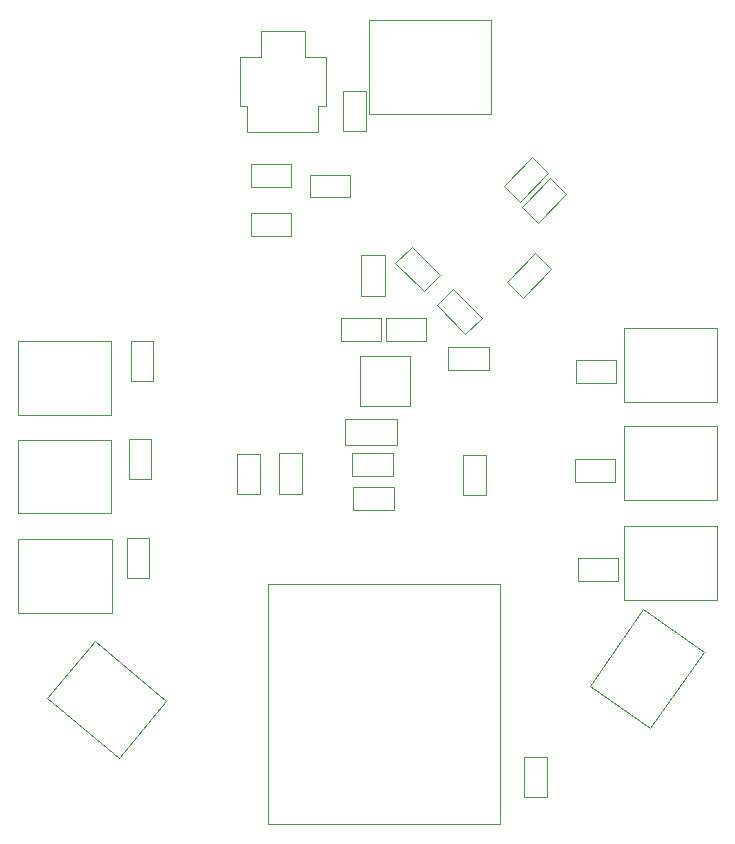
<source format=gbr>
%TF.GenerationSoftware,Altium Limited,Altium Designer,22.2.1 (43)*%
G04 Layer_Color=32768*
%FSLAX45Y45*%
%MOMM*%
%TF.SameCoordinates,874C5421-14EC-454C-B6B0-2495525A8CDB*%
%TF.FilePolarity,Positive*%
%TF.FileFunction,Other,Mechanical_15*%
%TF.Part,Single*%
G01*
G75*
%TA.AperFunction,NonConductor*%
%ADD116C,0.05000*%
D116*
X10404860Y11244580D02*
X11434860D01*
X10404860D02*
Y12044580D01*
X11434860D01*
Y11244580D02*
Y12044580D01*
X8220202Y7867142D02*
Y8492139D01*
X7430201Y7867142D02*
X8220202D01*
X7430201D02*
Y8492139D01*
X8220202D01*
X8369818Y8159659D02*
X8561822D01*
Y8497661D01*
X8369818D02*
X8561822D01*
X8369818Y8159659D02*
Y8497661D01*
X11116761Y9766436D02*
X11359016Y9524181D01*
X10977744Y9627419D02*
X11219999Y9385164D01*
X11359016Y9524181D01*
X10977744Y9627419D02*
X11116761Y9766436D01*
X10338560Y9709300D02*
Y10051900D01*
X10535160Y9709300D02*
Y10051900D01*
X10338560Y9709300D02*
X10535160D01*
X10338560Y10051900D02*
X10535160D01*
X11075820Y9275320D02*
X11418420D01*
X11075820Y9078720D02*
X11418420D01*
X11075820D02*
Y9275320D01*
X11418420Y9078720D02*
Y9275320D01*
X10260480Y8381240D02*
X10603080D01*
X10260480Y8184640D02*
X10603080D01*
X10260480D02*
Y8381240D01*
X10603080Y8184640D02*
Y8381240D01*
X10270640Y8091680D02*
X10613240D01*
X10270640Y7895080D02*
X10613240D01*
X10270640D02*
Y8091680D01*
X10613240Y7895080D02*
Y8091680D01*
X9401960Y10214100D02*
X9744560D01*
X9401960Y10410700D02*
X9744560D01*
X9401960Y10214100D02*
Y10410700D01*
X9744560Y10214100D02*
Y10410700D01*
X9404500Y10628120D02*
X9747100D01*
X9404500Y10824720D02*
X9747100D01*
X9404500Y10628120D02*
Y10824720D01*
X9747100Y10628120D02*
Y10824720D01*
X10181080Y11103760D02*
Y11446360D01*
X10377680Y11103760D02*
Y11446360D01*
X10181080D02*
X10377680D01*
X10181080Y11103760D02*
X10377680D01*
X9834120Y8032900D02*
Y8375500D01*
X9637520Y8032900D02*
Y8375500D01*
Y8032900D02*
X9834120D01*
X9637520Y8375500D02*
X9834120D01*
X11393680Y8022740D02*
Y8365340D01*
X11197080Y8022740D02*
Y8365340D01*
Y8022740D02*
X11393680D01*
X11197080Y8365340D02*
X11393680D01*
X10200120Y8666220D02*
X10643120D01*
X10200120Y8443220D02*
X10643120D01*
X10200120D02*
Y8666220D01*
X10643120Y8443220D02*
Y8666220D01*
X7681471Y6304906D02*
X8083213Y6783684D01*
X7681471Y6304906D02*
X8286646Y5797104D01*
X8688388Y6275882D01*
X8083213Y6783684D02*
X8688388Y6275882D01*
X9481300Y8032660D02*
Y8370660D01*
X9289300Y8032660D02*
X9481300D01*
X9289300D02*
Y8370660D01*
X9481300D01*
X10752999Y8779601D02*
Y9203599D01*
X10329001D02*
X10752999D01*
X10329001Y8779601D02*
Y9203599D01*
Y8779601D02*
X10752999D01*
X12272579Y6408877D02*
X12725705Y7056008D01*
X12272579Y6408877D02*
X12784552Y6050392D01*
X13237677Y6697523D01*
X12725705Y7056008D02*
X13237677Y6697523D01*
X12561001Y8807801D02*
X13351003D01*
Y9432798D01*
X12561001D02*
X13351003D01*
X12561001Y8807801D02*
Y9432798D01*
X12564080Y7978059D02*
X13354080D01*
Y8603061D01*
X12564080D02*
X13354080D01*
X12564080Y7978059D02*
Y8603061D01*
X12561001Y7131401D02*
X13351003D01*
Y7756398D01*
X12561001D02*
X13351003D01*
X12561001Y7131401D02*
Y7756398D01*
X7430740Y9327799D02*
X8220740D01*
X7430740Y8702802D02*
Y9327799D01*
Y8702802D02*
X8220740D01*
Y9327799D01*
X7435281Y7646319D02*
X8225282D01*
X7435281Y7021322D02*
Y7646319D01*
Y7021322D02*
X8225282D01*
Y7646319D01*
X9552407Y5240538D02*
X11512408D01*
X9552407D02*
Y7265538D01*
X11512408D01*
Y5240538D02*
Y7265538D01*
X9313860Y11312982D02*
Y11734978D01*
Y11312982D02*
X9373860D01*
Y11098982D02*
Y11312982D01*
Y11098982D02*
X9975860D01*
Y11312982D01*
X10035860D01*
Y11734978D01*
X9861860D02*
X10035860D01*
X9861860D02*
Y11948978D01*
X9487860D02*
X9861860D01*
X9487860Y11734978D02*
Y11948978D01*
X9313860Y11734978D02*
X9487860D01*
X10167000Y9325102D02*
Y9521698D01*
X10508600Y9325102D02*
Y9521698D01*
X10167000D02*
X10508600D01*
X10167000Y9325102D02*
X10508600D01*
X10889600D02*
Y9521698D01*
X10548000Y9325102D02*
Y9521698D01*
Y9325102D02*
X10889600D01*
X10548000Y9521698D02*
X10889600D01*
X11572819Y9828982D02*
X11708582Y9693219D01*
X11947581Y9932218D01*
X11811818Y10067981D02*
X11947581Y9932218D01*
X11572819Y9828982D02*
X11811818Y10067981D01*
X10866938Y9746559D02*
X11002701Y9882322D01*
X10763702Y10121321D02*
X11002701Y9882322D01*
X10627939Y9985558D02*
X10763702Y10121321D01*
X10627939Y9985558D02*
X10866938Y9746559D01*
X11699819Y10463982D02*
X11835582Y10328214D01*
X12074581Y10567218D01*
X11938818Y10702986D02*
X12074581Y10567218D01*
X11699819Y10463982D02*
X11938818Y10702986D01*
X11547419Y10641782D02*
X11683182Y10506014D01*
X11922181Y10745018D01*
X11786418Y10880786D02*
X11922181Y10745018D01*
X11547419Y10641782D02*
X11786418Y10880786D01*
X8385058Y8987699D02*
Y9325701D01*
X8577062D01*
Y8987699D02*
Y9325701D01*
X8385058Y8987699D02*
X8577062D01*
X8352038Y7316379D02*
Y7654381D01*
X8544042D01*
Y7316379D02*
Y7654381D01*
X8352038Y7316379D02*
X8544042D01*
X12158101Y9163802D02*
X12496099D01*
Y8971798D02*
Y9163802D01*
X12158101Y8971798D02*
X12496099D01*
X12158101D02*
Y9163802D01*
X12175399Y7487402D02*
X12513401D01*
Y7295398D02*
Y7487402D01*
X12175399Y7295398D02*
X12513401D01*
X12175399D02*
Y7487402D01*
X12149999Y8325602D02*
X12488001D01*
Y8133598D02*
Y8325602D01*
X12149999Y8133598D02*
X12488001D01*
X12149999D02*
Y8325602D01*
X9907661Y10544058D02*
Y10736062D01*
Y10544058D02*
X10245659D01*
Y10736062D01*
X9907661D02*
X10245659D01*
X11714998Y5469799D02*
X11907002D01*
Y5807801D01*
X11714998D02*
X11907002D01*
X11714998Y5469799D02*
Y5807801D01*
%TF.MD5,6e6346e68b7c58b0c690e763f9359541*%
M02*

</source>
